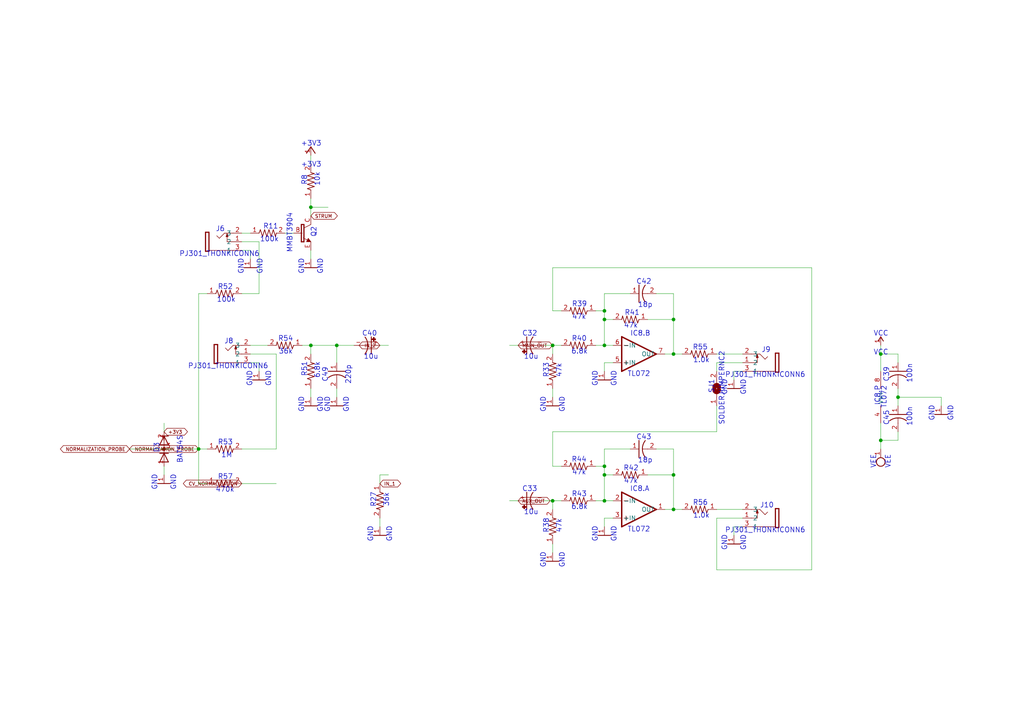
<source format=kicad_sch>
(kicad_sch (version 20231120) (generator "eeschema") (generator_version "8.0")
  (paper "User" 301.219 210.007)
  (lib_symbols
    (symbol "nrings-eagle-import:+3V3" (power)
      (symbol "+3V3_1_0"
        (polyline (pts (xy 0 0.952) (xy -1.27 -0.952)) (stroke (width 0.254)))
        (polyline (pts (xy 1.27 -0.952) (xy 0 0.952)) (stroke (width 0.254)))
        (pin power_in line (at 0 -1.588 90) (length 2.54) (name "+3V3") (number "1"))
      )
    )
    (symbol "nrings-eagle-import:C-USC0603_4"
      (symbol "C-USC0603_4_1_0"
        (polyline (pts (xy -2.54 1.27) (xy 2.54 1.27)) (stroke (width 0.254)))
        (polyline (pts (xy 0 0.254) (xy 0 -1.27)) (stroke (width 0.152)))
        (arc (start 0 0.254) (mid -1.3021 0.0399) (end -2.467 -0.58) (stroke (width 0.254)))
        (arc (start 2.489 -0.584) (mid 1.3157 0.0506) (end 0 0.2701) (stroke (width 0.254)))
        (pin passive line (at 0 3.81 270) (length 2.54) (name "1") (number "1"))
        (pin passive line (at 0 -3.81 90) (length 2.54) (name "2") (number "2"))
      )
    )
    (symbol "nrings-eagle-import:C-USC0603_5"
      (symbol "C-USC0603_5_1_0"
        (arc (start -0.254 0) (mid -0.0399 -1.3021) (end 0.58 -2.467) (stroke (width 0.254)))
        (polyline (pts (xy -1.27 -2.54) (xy -1.27 2.54)) (stroke (width 0.254)))
        (polyline (pts (xy -0.254 0) (xy 1.27 0)) (stroke (width 0.152)))
        (arc (start 0.584 2.489) (mid -0.0506 1.3157) (end -0.27 0) (stroke (width 0.254)))
        (pin passive line (at -3.81 0 0) (length 2.54) (name "1") (number "1"))
        (pin passive line (at 3.81 0 180) (length 2.54) (name "2") (number "2"))
      )
    )
    (symbol "nrings-eagle-import:CPOL-USA_29"
      (symbol "CPOL-USA_29_1_0"
        (polyline (pts (xy -1.858 -1.872) (xy -1.858 -1.745)) (stroke (width 0.333)))
        (polyline (pts (xy -1.858 -1.745) (xy -0.969 -1.745)) (stroke (width 0.333)))
        (polyline (pts (xy -1.477 -2.253) (xy -1.477 -1.364)) (stroke (width 0.333)))
        (polyline (pts (xy -1.477 -1.364) (xy -1.35 -1.364)) (stroke (width 0.333)))
        (polyline (pts (xy -1.35 -2.253) (xy -1.477 -2.253)) (stroke (width 0.333)))
        (polyline (pts (xy -1.35 -1.364) (xy -1.35 -2.253)) (stroke (width 0.333)))
        (polyline (pts (xy -0.969 -1.872) (xy -1.858 -1.872)) (stroke (width 0.333)))
        (polyline (pts (xy -0.969 -1.745) (xy -0.969 -1.872)) (stroke (width 0.333)))
        (polyline (pts (xy -0.682 -2.54) (xy -0.682 2.54)) (stroke (width 0.254)))
        (polyline (pts (xy 0.334 0) (xy 1.858 0)) (stroke (width 0.152)))
        (arc (start 0.334 0) (mid 0.548 -1.3021) (end 1.168 -2.467) (stroke (width 0.254)))
        (arc (start 1.172 2.489) (mid 0.5374 1.3157) (end 0.318 0) (stroke (width 0.254)))
        (pin passive line (at -3.222 0 0) (length 2.54) (name "+") (number "+"))
        (pin passive line (at 4.398 0 180) (length 2.54) (name "-") (number "-"))
      )
    )
    (symbol "nrings-eagle-import:CPOL-USA_30"
      (symbol "CPOL-USA_30_1_0"
        (arc (start -1.172 -2.489) (mid -0.5374 -1.3157) (end -0.318 0) (stroke (width 0.254)))
        (arc (start -0.334 0) (mid -0.548 1.3021) (end -1.168 2.467) (stroke (width 0.254)))
        (polyline (pts (xy -0.334 0) (xy -1.858 0)) (stroke (width 0.152)))
        (polyline (pts (xy 0.682 2.54) (xy 0.682 -2.54)) (stroke (width 0.254)))
        (polyline (pts (xy 0.969 1.744) (xy 0.969 1.872)) (stroke (width 0.333)))
        (polyline (pts (xy 0.969 1.872) (xy 1.858 1.872)) (stroke (width 0.333)))
        (polyline (pts (xy 1.35 1.364) (xy 1.35 2.253)) (stroke (width 0.333)))
        (polyline (pts (xy 1.35 2.253) (xy 1.476 2.253)) (stroke (width 0.333)))
        (polyline (pts (xy 1.476 1.364) (xy 1.35 1.364)) (stroke (width 0.333)))
        (polyline (pts (xy 1.476 2.253) (xy 1.476 1.364)) (stroke (width 0.333)))
        (polyline (pts (xy 1.858 1.744) (xy 0.969 1.744)) (stroke (width 0.333)))
        (polyline (pts (xy 1.858 1.872) (xy 1.858 1.744)) (stroke (width 0.333)))
        (pin passive line (at 3.222 0 180) (length 2.54) (name "+") (number "+"))
        (pin passive line (at -4.398 0 0) (length 2.54) (name "-") (number "-"))
      )
    )
    (symbol "nrings-eagle-import:DIODE_2CACA-SOT23"
      (symbol "DIODE_2CACA-SOT23_1_0"
        (polyline (pts (xy -1.27 -3.81) (xy 1.27 -3.81)) (stroke (width 0.254)))
        (polyline (pts (xy -1.27 -1.27) (xy 0 -1.27)) (stroke (width 0.254)))
        (polyline (pts (xy -1.27 1.27) (xy 1.27 1.27)) (stroke (width 0.254)))
        (polyline (pts (xy -1.27 3.81) (xy 0 3.81)) (stroke (width 0.254)))
        (polyline (pts (xy 0 -2.54) (xy 0 -1.27)) (stroke (width 0.152)))
        (polyline (pts (xy 0 -1.27) (xy -1.27 -3.81)) (stroke (width 0.254)))
        (polyline (pts (xy 0 -1.27) (xy 1.27 -1.27)) (stroke (width 0.254)))
        (polyline (pts (xy 0 2.54) (xy 0 3.81)) (stroke (width 0.152)))
        (polyline (pts (xy 0 3.81) (xy -1.27 1.27)) (stroke (width 0.254)))
        (polyline (pts (xy 0 3.81) (xy 0 -1.27)) (stroke (width 0.152)))
        (polyline (pts (xy 0 3.81) (xy 1.27 3.81)) (stroke (width 0.254)))
        (polyline (pts (xy 1.27 -3.81) (xy 0 -1.27)) (stroke (width 0.254)))
        (polyline (pts (xy 1.27 1.27) (xy 0 3.81)) (stroke (width 0.254)))
        (circle (center 0 0) (radius 0.127) (stroke (width 0.406)))
        (pin passive line (at 0 -5.08 90) (length 2.54) (name "A") (number "1"))
        (pin passive line (at 0 5.08 270) (length 2.54) (name "C") (number "2"))
        (pin passive line (at 2.54 0 180) (length 2.54) (name "AC") (number "3"))
      )
    )
    (symbol "nrings-eagle-import:EVEN"
      (symbol "EVEN_1_0"
        (polyline (pts (xy -4.065 -2.54) (xy 3.047 -2.54)) (stroke (width 0.152)))
        (polyline (pts (xy -4.065 0) (xy -2.287 0)) (stroke (width 0.152)))
        (polyline (pts (xy -4.065 2.54) (xy -1.525 2.54)) (stroke (width 0.152)))
        (polyline (pts (xy -2.541 1.524) (xy -2.033 1.524)) (stroke (width 0.254)))
        (polyline (pts (xy -2.287 0) (xy -2.287 2.286)) (stroke (width 0.152)))
        (polyline (pts (xy -2.287 2.286) (xy -2.541 1.524)) (stroke (width 0.254)))
        (polyline (pts (xy -2.033 1.524) (xy -2.287 2.286)) (stroke (width 0.254)))
        (polyline (pts (xy -1.525 2.54) (xy -0.001 1.016)) (stroke (width 0.152)))
        (polyline (pts (xy -0.001 1.016) (xy 0.761 1.778)) (stroke (width 0.152)))
        (polyline (pts (xy 3.049 -2.794) (xy 3.049 2.794)) (stroke (width 0.333)))
        (polyline (pts (xy 3.049 2.794) (xy 4.065 2.794)) (stroke (width 0.333)))
        (polyline (pts (xy 4.065 -2.794) (xy 3.049 -2.794)) (stroke (width 0.333)))
        (polyline (pts (xy 4.065 2.794) (xy 4.065 -2.794)) (stroke (width 0.333)))
        (pin passive line (at -6.605 0 0) (length 2.54) (name "2") (number "1"))
        (pin passive line (at -6.605 2.54 0) (length 2.54) (name "3") (number "2"))
        (pin passive line (at -6.605 -2.54 0) (length 2.54) (name "1") (number "3"))
      )
    )
    (symbol "nrings-eagle-import:GND" (power)
      (symbol "GND_1_0"
        (polyline (pts (xy -1.905 0) (xy 1.905 0)) (stroke (width 0.254)))
        (pin power_in line (at 0 2.54 270) (length 2.54) (name "GND") (number "1"))
      )
    )
    (symbol "nrings-eagle-import:IN"
      (symbol "IN_1_0"
        (polyline (pts (xy -4.063 -2.794) (xy -4.063 2.794)) (stroke (width 0.333)))
        (polyline (pts (xy -4.063 2.794) (xy -3.047 2.794)) (stroke (width 0.333)))
        (polyline (pts (xy -3.047 -2.794) (xy -4.063 -2.794)) (stroke (width 0.333)))
        (polyline (pts (xy -3.047 2.794) (xy -3.047 -2.794)) (stroke (width 0.333)))
        (polyline (pts (xy -0.001 1.016) (xy -0.763 1.778)) (stroke (width 0.152)))
        (polyline (pts (xy 1.523 2.54) (xy -0.001 1.016)) (stroke (width 0.152)))
        (polyline (pts (xy 2.031 1.524) (xy 2.285 2.286)) (stroke (width 0.254)))
        (polyline (pts (xy 2.285 0) (xy 2.285 2.286)) (stroke (width 0.152)))
        (polyline (pts (xy 2.285 2.286) (xy 2.539 1.524)) (stroke (width 0.254)))
        (polyline (pts (xy 2.539 1.524) (xy 2.031 1.524)) (stroke (width 0.254)))
        (polyline (pts (xy 4.063 -2.54) (xy -3.049 -2.54)) (stroke (width 0.152)))
        (polyline (pts (xy 4.063 0) (xy 2.285 0)) (stroke (width 0.152)))
        (polyline (pts (xy 4.063 2.54) (xy 1.523 2.54)) (stroke (width 0.152)))
        (pin passive line (at 6.603 0 180) (length 2.54) (name "2") (number "1"))
        (pin passive line (at 6.603 2.54 180) (length 2.54) (name "3") (number "2"))
        (pin passive line (at 6.603 -2.54 180) (length 2.54) (name "1") (number "3"))
      )
    )
    (symbol "nrings-eagle-import:MMBT3904LT1-NPN-SOT23-BEC"
      (symbol "MMBT3904LT1-NPN-SOT23-BEC_1_0"
        (polyline (pts (xy -1.395 -2.54) (xy -0.637 -2.54)) (stroke (width 0.333)))
        (polyline (pts (xy -1.395 2.54) (xy -1.395 -2.54)) (stroke (width 0.333)))
        (polyline (pts (xy -0.637 -2.54) (xy -0.637 2.54)) (stroke (width 0.333)))
        (polyline (pts (xy -0.637 2.54) (xy -1.395 2.54)) (stroke (width 0.333)))
        (polyline (pts (xy 0.125 -2.54) (xy 0.633 -1.524)) (stroke (width 0.152)))
        (polyline (pts (xy 0.379 -2.413) (xy 1.141 -2.413)) (stroke (width 0.254)))
        (polyline (pts (xy 0.379 -2.286) (xy 0.76 -2.286)) (stroke (width 0.254)))
        (polyline (pts (xy 0.395 -2.04) (xy -0.837 -1.424)) (stroke (width 0.152)))
        (polyline (pts (xy 0.633 -1.778) (xy 0.379 -2.286)) (stroke (width 0.254)))
        (polyline (pts (xy 0.633 -1.524) (xy 1.395 -2.54)) (stroke (width 0.152)))
        (polyline (pts (xy 0.76 -2.286) (xy 0.633 -2.032)) (stroke (width 0.254)))
        (polyline (pts (xy 1.141 -2.413) (xy 0.633 -1.778)) (stroke (width 0.254)))
        (polyline (pts (xy 1.395 -2.54) (xy 0.125 -2.54)) (stroke (width 0.152)))
        (polyline (pts (xy 1.395 2.54) (xy -0.637 1.524)) (stroke (width 0.152)))
        (pin passive line (at -3.685 0 0) (length 2.54) (name "B") (number "B"))
        (pin passive line (at 1.395 5.08 270) (length 2.54) (name "C") (number "C"))
        (pin passive line (at 1.395 -5.08 90) (length 2.54) (name "E") (number "E"))
      )
    )
    (symbol "nrings-eagle-import:ODD"
      (symbol "ODD_1_0"
        (polyline (pts (xy -4.065 -2.54) (xy 3.047 -2.54)) (stroke (width 0.152)))
        (polyline (pts (xy -4.065 0) (xy -2.287 0)) (stroke (width 0.152)))
        (polyline (pts (xy -4.065 2.54) (xy -1.525 2.54)) (stroke (width 0.152)))
        (polyline (pts (xy -2.541 1.524) (xy -2.033 1.524)) (stroke (width 0.254)))
        (polyline (pts (xy -2.287 0) (xy -2.287 2.286)) (stroke (width 0.152)))
        (polyline (pts (xy -2.287 2.286) (xy -2.541 1.524)) (stroke (width 0.254)))
        (polyline (pts (xy -2.033 1.524) (xy -2.287 2.286)) (stroke (width 0.254)))
        (polyline (pts (xy -1.525 2.54) (xy -0.001 1.016)) (stroke (width 0.152)))
        (polyline (pts (xy -0.001 1.016) (xy 0.761 1.778)) (stroke (width 0.152)))
        (polyline (pts (xy 3.049 -2.794) (xy 3.049 2.794)) (stroke (width 0.333)))
        (polyline (pts (xy 3.049 2.794) (xy 4.065 2.794)) (stroke (width 0.333)))
        (polyline (pts (xy 4.065 -2.794) (xy 3.049 -2.794)) (stroke (width 0.333)))
        (polyline (pts (xy 4.065 2.794) (xy 4.065 -2.794)) (stroke (width 0.333)))
        (pin passive line (at -6.605 0 0) (length 2.54) (name "2") (number "1"))
        (pin passive line (at -6.605 2.54 0) (length 2.54) (name "3") (number "2"))
        (pin passive line (at -6.605 -2.54 0) (length 2.54) (name "1") (number "3"))
      )
    )
    (symbol "nrings-eagle-import:R-US_R0603"
      (symbol "R-US_R0603_1_0"
        (polyline (pts (xy -2.54 0) (xy -2.159 1.016)) (stroke (width 0.203)))
        (polyline (pts (xy -2.159 1.016) (xy -1.524 -1.016)) (stroke (width 0.203)))
        (polyline (pts (xy -1.524 -1.016) (xy -0.889 1.016)) (stroke (width 0.203)))
        (polyline (pts (xy -0.889 1.016) (xy -0.254 -1.016)) (stroke (width 0.203)))
        (polyline (pts (xy -0.254 -1.016) (xy 0.381 1.016)) (stroke (width 0.203)))
        (polyline (pts (xy 0.381 1.016) (xy 1.016 -1.016)) (stroke (width 0.203)))
        (polyline (pts (xy 1.016 -1.016) (xy 1.651 1.016)) (stroke (width 0.203)))
        (polyline (pts (xy 1.651 1.016) (xy 2.286 -1.016)) (stroke (width 0.203)))
        (polyline (pts (xy 2.286 -1.016) (xy 2.54 0)) (stroke (width 0.203)))
        (pin passive line (at -5.08 0 0) (length 2.54) (name "1") (number "1"))
        (pin passive line (at 5.08 0 180) (length 2.54) (name "2") (number "2"))
      )
    )
    (symbol "nrings-eagle-import:R-US_R0603_34"
      (symbol "R-US_R0603_34_1_0"
        (polyline (pts (xy -1.016 -2.159) (xy 1.016 -1.524)) (stroke (width 0.203)))
        (polyline (pts (xy -1.016 -0.889) (xy 1.016 -0.254)) (stroke (width 0.203)))
        (polyline (pts (xy -1.016 0.381) (xy 1.016 1.016)) (stroke (width 0.203)))
        (polyline (pts (xy -1.016 1.651) (xy 1.016 2.286)) (stroke (width 0.203)))
        (polyline (pts (xy 0 -2.54) (xy -1.016 -2.159)) (stroke (width 0.203)))
        (polyline (pts (xy 1.016 -1.524) (xy -1.016 -0.889)) (stroke (width 0.203)))
        (polyline (pts (xy 1.016 -0.254) (xy -1.016 0.381)) (stroke (width 0.203)))
        (polyline (pts (xy 1.016 1.016) (xy -1.016 1.651)) (stroke (width 0.203)))
        (polyline (pts (xy 1.016 2.286) (xy 0 2.54)) (stroke (width 0.203)))
        (pin passive line (at 0 -5.08 90) (length 2.54) (name "1") (number "1"))
        (pin passive line (at 0 5.08 270) (length 2.54) (name "2") (number "2"))
      )
    )
    (symbol "nrings-eagle-import:R-US_R0603_36"
      (symbol "R-US_R0603_36_1_0"
        (polyline (pts (xy -1.016 -2.286) (xy 0 -2.54)) (stroke (width 0.203)))
        (polyline (pts (xy -1.016 -1.016) (xy 1.016 -1.651)) (stroke (width 0.203)))
        (polyline (pts (xy -1.016 0.254) (xy 1.016 -0.381)) (stroke (width 0.203)))
        (polyline (pts (xy -1.016 1.524) (xy 1.016 0.889)) (stroke (width 0.203)))
        (polyline (pts (xy 0 2.54) (xy 1.016 2.159)) (stroke (width 0.203)))
        (polyline (pts (xy 1.016 -1.651) (xy -1.016 -2.286)) (stroke (width 0.203)))
        (polyline (pts (xy 1.016 -0.381) (xy -1.016 -1.016)) (stroke (width 0.203)))
        (polyline (pts (xy 1.016 0.889) (xy -1.016 0.254)) (stroke (width 0.203)))
        (polyline (pts (xy 1.016 2.159) (xy -1.016 1.524)) (stroke (width 0.203)))
        (pin passive line (at 0 5.08 270) (length 2.54) (name "1") (number "1"))
        (pin passive line (at 0 -5.08 90) (length 2.54) (name "2") (number "2"))
      )
    )
    (symbol "nrings-eagle-import:R-US_R0603_37"
      (symbol "R-US_R0603_37_1_0"
        (polyline (pts (xy -2.286 1.016) (xy -2.54 0)) (stroke (width 0.203)))
        (polyline (pts (xy -1.651 -1.016) (xy -2.286 1.016)) (stroke (width 0.203)))
        (polyline (pts (xy -1.016 1.016) (xy -1.651 -1.016)) (stroke (width 0.203)))
        (polyline (pts (xy -0.381 -1.016) (xy -1.016 1.016)) (stroke (width 0.203)))
        (polyline (pts (xy 0.254 1.016) (xy -0.381 -1.016)) (stroke (width 0.203)))
        (polyline (pts (xy 0.889 -1.016) (xy 0.254 1.016)) (stroke (width 0.203)))
        (polyline (pts (xy 1.524 1.016) (xy 0.889 -1.016)) (stroke (width 0.203)))
        (polyline (pts (xy 2.159 -1.016) (xy 1.524 1.016)) (stroke (width 0.203)))
        (polyline (pts (xy 2.54 0) (xy 2.159 -1.016)) (stroke (width 0.203)))
        (pin passive line (at 5.08 0 180) (length 2.54) (name "1") (number "1"))
        (pin passive line (at -5.08 0 0) (length 2.54) (name "2") (number "2"))
      )
    )
    (symbol "nrings-eagle-import:SOLDERJUMPERNC2"
      (symbol "SOLDERJUMPERNC2_1_0"
        (arc (start -0.635 -0.381) (mid 0 -1.016) (end 0.635 -0.381) (stroke (width 1.27)))
        (polyline (pts (xy 0 -2.54) (xy 0 -1.651)) (stroke (width 0.152)))
        (polyline (pts (xy 0 2.54) (xy 0 1.651)) (stroke (width 0.152)))
        (arc (start 0.635 0.381) (mid 0 1.016) (end -0.635 0.381) (stroke (width 1.27)))
        (pin passive line (at 0 -5.08 90) (length 2.54) (name "1") (number "1"))
        (pin passive line (at 0 5.08 270) (length 2.54) (name "2") (number "2"))
      )
    )
    (symbol "nrings-eagle-import:STRUM"
      (symbol "STRUM_1_0"
        (polyline (pts (xy -4.063 -2.794) (xy -4.063 2.794)) (stroke (width 0.333)))
        (polyline (pts (xy -4.063 2.794) (xy -3.047 2.794)) (stroke (width 0.333)))
        (polyline (pts (xy -3.047 -2.794) (xy -4.063 -2.794)) (stroke (width 0.333)))
        (polyline (pts (xy -3.047 2.794) (xy -3.047 -2.794)) (stroke (width 0.333)))
        (polyline (pts (xy -0.001 1.016) (xy -0.763 1.778)) (stroke (width 0.152)))
        (polyline (pts (xy 1.523 2.54) (xy -0.001 1.016)) (stroke (width 0.152)))
        (polyline (pts (xy 2.031 1.524) (xy 2.285 2.286)) (stroke (width 0.254)))
        (polyline (pts (xy 2.285 0) (xy 2.285 2.286)) (stroke (width 0.152)))
        (polyline (pts (xy 2.285 2.286) (xy 2.539 1.524)) (stroke (width 0.254)))
        (polyline (pts (xy 2.539 1.524) (xy 2.031 1.524)) (stroke (width 0.254)))
        (polyline (pts (xy 4.063 -2.54) (xy -3.049 -2.54)) (stroke (width 0.152)))
        (polyline (pts (xy 4.063 0) (xy 2.285 0)) (stroke (width 0.152)))
        (polyline (pts (xy 4.063 2.54) (xy 1.523 2.54)) (stroke (width 0.152)))
        (pin passive line (at 6.603 0 180) (length 2.54) (name "2") (number "1"))
        (pin passive line (at 6.603 2.54 180) (length 2.54) (name "3") (number "2"))
        (pin passive line (at 6.603 -2.54 180) (length 2.54) (name "1") (number "3"))
      )
    )
    (symbol "nrings-eagle-import:TL072D"
      (symbol "TL072D_1_0"
        (polyline (pts (xy -5.08 -5.08) (xy -5.08 5.08)) (stroke (width 0.406)))
        (polyline (pts (xy -5.08 5.08) (xy 5.08 0)) (stroke (width 0.406)))
        (polyline (pts (xy -4.445 -2.54) (xy -3.175 -2.54)) (stroke (width 0.152)))
        (polyline (pts (xy -4.445 2.54) (xy -3.175 2.54)) (stroke (width 0.152)))
        (polyline (pts (xy -3.81 -3.175) (xy -3.81 -1.905)) (stroke (width 0.152)))
        (polyline (pts (xy 5.08 0) (xy -5.08 -5.08)) (stroke (width 0.406)))
        (pin output line (at 7.62 0 180) (length 2.54) (name "OUT") (number "1"))
        (pin input line (at -7.62 2.54 0) (length 2.54) (name "-IN") (number "2"))
        (pin input line (at -7.62 -2.54 0) (length 2.54) (name "+IN") (number "3"))
      )
      (symbol "TL072D_2_0"
        (polyline (pts (xy -5.08 -5.08) (xy -5.08 5.08)) (stroke (width 0.406)))
        (polyline (pts (xy -5.08 5.08) (xy 5.08 0)) (stroke (width 0.406)))
        (polyline (pts (xy -4.445 -2.54) (xy -3.175 -2.54)) (stroke (width 0.152)))
        (polyline (pts (xy -4.445 2.54) (xy -3.175 2.54)) (stroke (width 0.152)))
        (polyline (pts (xy -3.81 -3.175) (xy -3.81 -1.905)) (stroke (width 0.152)))
        (polyline (pts (xy 5.08 0) (xy -5.08 -5.08)) (stroke (width 0.406)))
        (pin input line (at -7.62 -2.54 0) (length 2.54) (name "+IN") (number "5"))
        (pin input line (at -7.62 2.54 0) (length 2.54) (name "-IN") (number "6"))
        (pin output line (at 7.62 0 180) (length 2.54) (name "OUT") (number "7"))
      )
      (symbol "TL072D_3_0"
        (pin power_in line (at 0 -7.62 90) (length 5.08) (name "V-") (number "4"))
        (pin power_in line (at 0 7.62 270) (length 5.08) (name "V+") (number "8"))
      )
    )
    (symbol "nrings-eagle-import:VCC" (power)
      (symbol "VCC_1_0"
        (polyline (pts (xy 0 0.635) (xy -0.762 -0.635)) (stroke (width 0.254)))
        (polyline (pts (xy 0.762 -0.635) (xy 0 0.635)) (stroke (width 0.254)))
        (pin power_in line (at 0 -1.905 90) (length 2.54) (name "VCC") (number "1"))
      )
    )
    (symbol "nrings-eagle-import:VEE_42" (power)
      (symbol "VEE_42_1_0"
        (circle (center 0 0) (radius 1.27) (stroke (width 0.254)))
        (pin power_in line (at 0 3.81 270) (length 2.54) (name "VEE") (number "1"))
      )
    )
  )
  (junction (at 91.44 101.6))
  (junction (at 198.12 93.98))
  (junction (at 177.8 91.44))
  (junction (at 162.56 147.32))
  (junction (at 177.8 147.32))
  (junction (at 162.56 101.6))
  (junction (at 198.12 149.86))
  (junction (at 58.42 132.08))
  (junction (at 177.8 101.6))
  (junction (at 99.06 101.6))
  (junction (at 264.16 116.84))
  (junction (at 91.44 60.96))
  (junction (at 177.8 137.16))
  (junction (at 259.08 104.14))
  (junction (at 177.8 139.7))
  (junction (at 198.12 104.14))
  (junction (at 198.12 139.7))
  (junction (at 259.08 129.54))
  (junction (at 177.8 93.98))
  (wire (pts (xy 162.56 91.44) (xy 165.1 91.44)) (stroke (width 0.1)))
  (wire (pts (xy 162.56 78.74) (xy 162.56 91.44)) (stroke (width 0.1)))
  (wire (pts (xy 218.44 109.22) (xy 215.9 109.22)) (stroke (width 0.1)))
  (wire (pts (xy 152.4 147.32) (xy 149.86 147.32)) (stroke (width 0.1)))
  (wire (pts (xy 177.8 132.08) (xy 185.42 132.08)) (stroke (width 0.1)))
  (wire (pts (xy 175.26 147.32) (xy 177.8 147.32)) (stroke (width 0.1)))
  (wire (pts (xy 193.04 132.08) (xy 198.12 132.08)) (stroke (width 0.1)))
  (wire (pts (xy 264.16 116.84) (xy 264.16 119.38)) (stroke (width 0.1)))
  (wire (pts (xy 177.8 147.32) (xy 177.8 139.7)) (stroke (width 0.1)))
  (wire (pts (xy 210.82 106.68) (xy 210.82 109.22)) (stroke (width 0.1)))
  (wire (pts (xy 111.76 142.24) (xy 111.76 139.7)) (stroke (width 0.1)))
  (wire (pts (xy 238.76 167.64) (xy 238.76 78.74)) (stroke (width 0.1)))
  (wire (pts (xy 177.8 101.6) (xy 180.34 101.6)) (stroke (width 0.1)))
  (wire (pts (xy 73.66 106.68) (xy 76.2 106.68)) (stroke (width 0.1)))
  (wire (pts (xy 53.34 132.08) (xy 58.42 132.08)) (stroke (width 0.1)))
  (wire (pts (xy 198.12 104.14) (xy 195.58 104.14)) (stroke (width 0.1)))
  (wire (pts (xy 259.08 104.14) (xy 259.08 101.6)) (stroke (width 0.1)))
  (wire (pts (xy 276.86 116.84) (xy 276.86 119.38)) (stroke (width 0.1)))
  (wire (pts (xy 81.28 132.08) (xy 71.12 132.08)) (stroke (width 0.1)))
  (wire (pts (xy 71.12 86.36) (xy 76.2 86.36)) (stroke (width 0.1)))
  (wire (pts (xy 162.56 114.3) (xy 162.56 116.84)) (stroke (width 0.1)))
  (wire (pts (xy 162.56 101.6) (xy 162.56 104.14)) (stroke (width 0.1)))
  (wire (pts (xy 198.12 139.7) (xy 190.5 139.7)) (stroke (width 0.1)))
  (wire (pts (xy 48.26 137.16) (xy 48.26 139.7)) (stroke (width 0.1)))
  (wire (pts (xy 175.26 101.6) (xy 177.8 101.6)) (stroke (width 0.1)))
  (wire (pts (xy 71.12 68.58) (xy 73.66 68.58)) (stroke (width 0.1)))
  (wire (pts (xy 177.8 93.98) (xy 177.8 91.44)) (stroke (width 0.1)))
  (wire (pts (xy 58.42 132.08) (xy 58.42 142.24)) (stroke (width 0.1)))
  (wire (pts (xy 160.02 147.32) (xy 162.56 147.32)) (stroke (width 0.1)))
  (wire (pts (xy 91.44 60.96) (xy 96.52 60.96)) (stroke (width 0.1)))
  (wire (pts (xy 73.66 73.66) (xy 73.66 76.2)) (stroke (width 0.1)))
  (wire (pts (xy 238.76 78.74) (xy 162.56 78.74)) (stroke (width 0.1)))
  (wire (pts (xy 99.06 114.3) (xy 99.06 116.84)) (stroke (width 0.1)))
  (wire (pts (xy 162.56 160.02) (xy 162.56 162.56)) (stroke (width 0.1)))
  (wire (pts (xy 60.96 86.36) (xy 58.42 86.36)) (stroke (width 0.1)))
  (wire (pts (xy 215.9 154.94) (xy 215.9 157.48)) (stroke (width 0.1)))
  (wire (pts (xy 177.8 101.6) (xy 177.8 93.98)) (stroke (width 0.1)))
  (wire (pts (xy 91.44 114.3) (xy 91.44 116.84)) (stroke (width 0.1)))
  (wire (pts (xy 198.12 86.36) (xy 198.12 93.98)) (stroke (width 0.1)))
  (wire (pts (xy 91.44 73.66) (xy 91.44 76.2)) (stroke (width 0.1)))
  (wire (pts (xy 99.06 101.6) (xy 99.06 106.68)) (stroke (width 0.1)))
  (wire (pts (xy 264.16 116.84) (xy 276.86 116.84)) (stroke (width 0.1)))
  (wire (pts (xy 38.1 132.08) (xy 50.8 132.08)) (stroke (width 0.1)))
  (wire (pts (xy 76.2 86.36) (xy 76.2 71.12)) (stroke (width 0.1)))
  (wire (pts (xy 175.26 91.44) (xy 177.8 91.44)) (stroke (width 0.1)))
  (wire (pts (xy 198.12 93.98) (xy 198.12 104.14)) (stroke (width 0.1)))
  (wire (pts (xy 71.12 73.66) (xy 73.66 73.66)) (stroke (width 0.1)))
  (wire (pts (xy 180.34 106.68) (xy 177.8 106.68)) (stroke (width 0.1)))
  (wire (pts (xy 91.44 63.5) (xy 91.44 60.96)) (stroke (width 0.1)))
  (wire (pts (xy 73.66 101.6) (xy 78.74 101.6)) (stroke (width 0.1)))
  (wire (pts (xy 91.44 101.6) (xy 91.44 104.14)) (stroke (width 0.1)))
  (wire (pts (xy 210.82 127) (xy 162.56 127)) (stroke (width 0.1)))
  (wire (pts (xy 177.8 93.98) (xy 180.34 93.98)) (stroke (width 0.1)))
  (wire (pts (xy 111.76 139.7) (xy 114.3 139.7)) (stroke (width 0.1)))
  (wire (pts (xy 193.04 86.36) (xy 198.12 86.36)) (stroke (width 0.1)))
  (wire (pts (xy 76.2 106.68) (xy 76.2 109.22)) (stroke (width 0.1)))
  (wire (pts (xy 177.8 147.32) (xy 180.34 147.32)) (stroke (width 0.1)))
  (wire (pts (xy 259.08 104.14) (xy 264.16 104.14)) (stroke (width 0.1)))
  (wire (pts (xy 218.44 106.68) (xy 210.82 106.68)) (stroke (width 0.1)))
  (wire (pts (xy 162.56 137.16) (xy 165.1 137.16)) (stroke (width 0.1)))
  (wire (pts (xy 91.44 101.6) (xy 99.06 101.6)) (stroke (width 0.1)))
  (wire (pts (xy 264.16 129.54) (xy 264.16 127)) (stroke (width 0.1)))
  (wire (pts (xy 73.66 104.14) (xy 81.28 104.14)) (stroke (width 0.1)))
  (wire (pts (xy 81.28 104.14) (xy 81.28 132.08)) (stroke (width 0.1)))
  (wire (pts (xy 162.56 147.32) (xy 165.1 147.32)) (stroke (width 0.1)))
  (wire (pts (xy 218.44 154.94) (xy 215.9 154.94)) (stroke (width 0.1)))
  (wire (pts (xy 198.12 149.86) (xy 200.66 149.86)) (stroke (width 0.1)))
  (wire (pts (xy 177.8 91.44) (xy 177.8 86.36)) (stroke (width 0.1)))
  (wire (pts (xy 210.82 167.64) (xy 238.76 167.64)) (stroke (width 0.1)))
  (wire (pts (xy 180.34 152.4) (xy 177.8 152.4)) (stroke (width 0.1)))
  (wire (pts (xy 91.44 48.26) (xy 91.44 45.72)) (stroke (width 0.1)))
  (wire (pts (xy 210.82 119.38) (xy 210.82 127)) (stroke (width 0.1)))
  (wire (pts (xy 111.76 101.6) (xy 114.3 101.6)) (stroke (width 0.1)))
  (wire (pts (xy 58.42 132.08) (xy 60.96 132.08)) (stroke (width 0.1)))
  (wire (pts (xy 264.16 104.14) (xy 264.16 106.68)) (stroke (width 0.1)))
  (wire (pts (xy 88.9 101.6) (xy 91.44 101.6)) (stroke (width 0.1)))
  (wire (pts (xy 198.12 132.08) (xy 198.12 139.7)) (stroke (width 0.1)))
  (wire (pts (xy 177.8 139.7) (xy 180.34 139.7)) (stroke (width 0.1)))
  (wire (pts (xy 177.8 106.68) (xy 177.8 109.22)) (stroke (width 0.1)))
  (wire (pts (xy 259.08 129.54) (xy 259.08 132.08)) (stroke (width 0.1)))
  (wire (pts (xy 259.08 129.54) (xy 264.16 129.54)) (stroke (width 0.1)))
  (wire (pts (xy 111.76 152.4) (xy 111.76 154.94)) (stroke (width 0.1)))
  (wire (pts (xy 198.12 139.7) (xy 198.12 149.86)) (stroke (width 0.1)))
  (wire (pts (xy 177.8 152.4) (xy 177.8 154.94)) (stroke (width 0.1)))
  (wire (pts (xy 160.02 101.6) (xy 162.56 101.6)) (stroke (width 0.1)))
  (wire (pts (xy 198.12 93.98) (xy 190.5 93.98)) (stroke (width 0.1)))
  (wire (pts (xy 76.2 71.12) (xy 71.12 71.12)) (stroke (width 0.1)))
  (wire (pts (xy 58.42 142.24) (xy 60.96 142.24)) (stroke (width 0.1)))
  (wire (pts (xy 71.12 142.24) (xy 81.28 142.24)) (stroke (width 0.1)))
  (wire (pts (xy 259.08 109.22) (xy 259.08 104.14)) (stroke (width 0.1)))
  (wire (pts (xy 259.08 124.46) (xy 259.08 129.54)) (stroke (width 0.1)))
  (wire (pts (xy 198.12 104.14) (xy 200.66 104.14)) (stroke (width 0.1)))
  (wire (pts (xy 210.82 152.4) (xy 210.82 167.64)) (stroke (width 0.1)))
  (wire (pts (xy 215.9 109.22) (xy 215.9 111.76)) (stroke (width 0.1)))
  (wire (pts (xy 83.82 68.58) (xy 86.36 68.58)) (stroke (width 0.1)))
  (wire (pts (xy 264.16 114.3) (xy 264.16 116.84)) (stroke (width 0.1)))
  (wire (pts (xy 210.82 104.14) (xy 218.44 104.14)) (stroke (width 0.1)))
  (wire (pts (xy 162.56 127) (xy 162.56 137.16)) (stroke (width 0.1)))
  (wire (pts (xy 91.44 60.96) (xy 91.44 58.42)) (stroke (width 0.1)))
  (wire (pts (xy 152.4 101.6) (xy 149.86 101.6)) (stroke (width 0.1)))
  (wire (pts (xy 162.56 147.32) (xy 162.56 149.86)) (stroke (width 0.1)))
  (wire (pts (xy 162.56 101.6) (xy 165.1 101.6)) (stroke (width 0.1)))
  (wire (pts (xy 218.44 152.4) (xy 210.82 152.4)) (stroke (width 0.1)))
  (wire (pts (xy 198.12 149.86) (xy 195.58 149.86)) (stroke (width 0.1)))
  (wire (pts (xy 99.06 101.6) (xy 104.14 101.6)) (stroke (width 0.1)))
  (wire (pts (xy 175.26 137.16) (xy 177.8 137.16)) (stroke (width 0.1)))
  (wire (pts (xy 48.26 127) (xy 48.26 124.46)) (stroke (width 0.1)))
  (wire (pts (xy 177.8 137.16) (xy 177.8 132.08)) (stroke (width 0.1)))
  (wire (pts (xy 177.8 139.7) (xy 177.8 137.16)) (stroke (width 0.1)))
  (wire (pts (xy 58.42 86.36) (xy 58.42 132.08)) (stroke (width 0.1)))
  (wire (pts (xy 210.82 149.86) (xy 218.44 149.86)) (stroke (width 0.1)))
  (wire (pts (xy 177.8 86.36) (xy 185.42 86.36)) (stroke (width 0.1)))
  (text "GND" (at 160.655 121.418 90) (effects (font (size 1.48 1.48)) (justify left bottom)))
  (text "J8" (at 65.947 101.346 0) (effects (font (size 1.48 1.48)) (justify left bottom)))
  (text "1.0k" (at 203.867 150.876 0) (effects (font (size 1.48 1.48)) (justify left top)))
  (text "R8" (at 90.424 54.595 90) (effects (font (size 1.48 1.48)) (justify left bottom)))
  (text "220p" (at 101.6 113.165 90) (effects (font (size 1.48 1.48)) (justify left top)))
  (text "6.8k" (at 92.456 111.383 90) (effects (font (size 1.48 1.48)) (justify left top)))
  (text "GND" (at 93.345 121.418 90) (effects (font (size 1.48 1.48)) (justify left top)))
  (text "GND" (at 179.705 113.798 90) (effects (font (size 1.48 1.48)) (justify left top)))
  (text "D3" (at 46.99 133.336 90) (effects (font (size 1.48 1.48)) (justify left bottom)))
  (text "C49" (at 96.52 112.528 90) (effects (font (size 1.48 1.48)) (justify left bottom)))
  (text "GND" (at 89.535 121.418 90) (effects (font (size 1.48 1.48)) (justify left bottom)))
  (text "R55" (at 203.738 103.124 0) (effects (font (size 1.48 1.48)) (justify left bottom)))
  (text "47k" (at 163.576 111.149 90) (effects (font (size 1.48 1.48)) (justify left top)))
  (text "10k" (at 92.456 54.905 90) (effects (font (size 1.48 1.48)) (justify left top)))
  (text "R56" (at 203.775 148.844 0) (effects (font (size 1.48 1.48)) (justify left bottom)))
  (text "47k" (at 163.576 156.869 90) (effects (font (size 1.48 1.48)) (justify left top)))
  (text "R39" (at 168.214 90.424 0) (effects (font (size 1.48 1.48)) (justify left bottom)))
  (text "C42" (at 187.156 83.82 0) (effects (font (size 1.48 1.48)) (justify left bottom)))
  (text "47k" (at 183.491 140.716 0) (effects (font (size 1.48 1.48)) (justify left top)))
  (text "GND" (at 74.295 113.798 90) (effects (font (size 1.48 1.48)) (justify left bottom)))
  (text "100k" (at 63.73 87.376 0) (effects (font (size 1.48 1.48)) (justify left top)))
  (text "36k" (at 112.776 149.175 90) (effects (font (size 1.48 1.48)) (justify left top)))
  (text "GND" (at 160.655 167.138 90) (effects (font (size 1.48 1.48)) (justify left bottom)))
  (text "R11" (at 77.393 67.564 0) (effects (font (size 1.48 1.48)) (justify left bottom)))
  (text "C40" (at 106.464 99.06 0) (effects (font (size 1.48 1.48)) (justify left bottom)))
  (text "SOLDERJUMPERNC2" (at 211.455 125.139 90) (effects (font (size 1.48 1.48)) (justify left top)))
  (text "R38" (at 161.544 156.941 90) (effects (font (size 1.48 1.48)) (justify left bottom)))
  (text "GND" (at 213.995 116.338 90) (effects (font (size 1.48 1.48)) (justify left bottom)))
  (text "6.8k" (at 168.017 148.336 0) (effects (font (size 1.48 1.48)) (justify left top)))
  (text "GND" (at 217.805 116.338 90) (effects (font (size 1.48 1.48)) (justify left top)))
  (text "GND" (at 109.855 159.518 90) (effects (font (size 1.48 1.48)) (justify left bottom)))
  (text "470k" (at 63.366 143.256 0) (effects (font (size 1.48 1.48)) (justify left top)))
  (text "SJ1" (at 210.185 115.829 90) (effects (font (size 1.48 1.48)) (justify left bottom)))
  (text "C33" (at 153.584 144.78 0) (effects (font (size 1.48 1.48)) (justify left bottom)))
  (text "PJ301_THONKICONN6" (at 55.273 106.934 0) (effects (font (size 1.48 1.48)) (justify left top)))
  (text "+3V3" (at 88.474 47.625 0) (effects (font (size 1.48 1.48)) (justify left top)))
  (text "GND" (at 78.105 113.798 90) (effects (font (size 1.48 1.48)) (justify left top)))
  (text "GND" (at 213.995 162.058 90) (effects (font (size 1.48 1.48)) (justify left bottom)))
  (text "J9" (at 223.971 103.886 0) (effects (font (size 1.48 1.48)) (justify left bottom)))
  (text "47k" (at 168.251 138.176 0) (effects (font (size 1.48 1.48)) (justify left top)))
  (text "47k" (at 168.251 92.456 0) (effects (font (size 1.48 1.48)) (justify left top)))
  (text "R54" (at 81.782 100.584 0) (effects (font (size 1.48 1.48)) (justify left bottom)))
  (text "1.0k" (at 203.867 105.156 0) (effects (font (size 1.48 1.48)) (justify left top)))
  (text "R40" (at 168.142 100.584 0) (effects (font (size 1.48 1.48)) (justify left bottom)))
  (text "J6" (at 63.444 68.326 0) (effects (font (size 1.48 1.48)) (justify left bottom)))
  (text "PJ301_THONKICONN6" (at 213.261 155.194 0) (effects (font (size 1.48 1.48)) (justify left top)))
  (text "10u" (at 154.057 149.86 0) (effects (font (size 1.48 1.48)) (justify left top)))
  (text "GND" (at 46.355 144.278 90) (effects (font (size 1.48 1.48)) (justify left bottom)))
  (text "VEE" (at 260.35 137.89 90) (effects (font (size 1.48 1.48)) (justify left top)))
  (text "R57" (at 64.038 141.224 0) (effects (font (size 1.48 1.48)) (justify left bottom)))
  (text "10u" (at 154.057 104.14 0) (effects (font (size 1.48 1.48)) (justify left top)))
  (text "GND" (at 217.805 162.058 90) (effects (font (size 1.48 1.48)) (justify left top)))
  (text "GND" (at 113.665 159.518 90) (effects (font (size 1.48 1.48)) (justify left top)))
  (text "R43" (at 168.142 146.304 0) (effects (font (size 1.48 1.48)) (justify left bottom)))
  (text "+3V3" (at 88.474 43.18 0) (effects (font (size 1.48 1.48)) (justify left bottom)))
  (text "GND" (at 175.895 159.518 90) (effects (font (size 1.48 1.48)) (justify left bottom)))
  (text "R51" (at 90.424 110.894 90) (effects (font (size 1.48 1.48)) (justify left bottom)))
  (text "R52" (at 64.038 85.344 0) (effects (font (size 1.48 1.48)) (justify left bottom)))
  (text "GND" (at 89.535 80.778 90) (effects (font (size 1.48 1.48)) (justify left bottom)))
  (text "GND" (at 164.465 167.138 90) (effects (font (size 1.48 1.48)) (justify left top)))
  (text "GND" (at 71.755 80.778 90) (effects (font (size 1.48 1.48)) (justify left bottom)))
  (text "MMBT3904" (at 86.11 74.456 90) (effects (font (size 1.48 1.48)) (justify left bottom)))
  (text "J10" (at 223.517 149.606 0) (effects (font (size 1.48 1.48)) (justify left bottom)))
  (text "1M" (at 65.039 133.096 0) (effects (font (size 1.48 1.48)) (justify left top)))
  (text "GND" (at 75.565 80.778 90) (effects (font (size 1.48 1.48)) (justify left top)))
  (text "100n" (at 266.7 125.5 90) (effects (font (size 1.48 1.48)) (justify left top)))
  (text "100n" (at 266.7 112.8 90) (effects (font (size 1.48 1.48)) (justify left top)))
  (text "GND" (at 50.165 144.278 90) (effects (font (size 1.48 1.48)) (justify left top)))
  (text "GND" (at 93.345 80.778 90) (effects (font (size 1.48 1.48)) (justify left top)))
  (text "C32" (at 153.584 99.06 0) (effects (font (size 1.48 1.48)) (justify left bottom)))
  (text "C43" (at 187.156 129.54 0) (effects (font (size 1.48 1.48)) (justify left bottom)))
  (text "PJ301_THONKICONN6" (at 213.261 109.474 0) (effects (font (size 1.48 1.48)) (justify left top)))
  (text "R33" (at 161.544 111.222 90) (effects (font (size 1.48 1.48)) (justify left bottom)))
  (text "IC8.P" (at 259.02 119.421 90) (effects (font (size 1.48 1.48)) (justify left bottom)))
  (text "TL072" (at 184.54 109.22 0) (effects (font (size 1.48 1.48)) (justify left top)))
  (text "GND" (at 278.765 123.958 90) (effects (font (size 1.48 1.48)) (justify left top)))
  (text "VCC" (at 256.933 99.06 0) (effects (font (size 1.48 1.48)) (justify left bottom)))
  (text "18p" (at 187.629 88.9 0) (effects (font (size 1.48 1.48)) (justify left top)))
  (text "GND" (at 274.955 123.958 90) (effects (font (size 1.48 1.48)) (justify left bottom)))
  (text "R53" (at 64.038 131.064 0) (effects (font (size 1.48 1.48)) (justify left bottom)))
  (text "100k" (at 76.43 69.596 0) (effects (font (size 1.48 1.48)) (justify left top)))
  (text "R41" (at 183.71 92.964 0) (effects (font (size 1.48 1.48)) (justify left bottom)))
  (text "GND" (at 97.155 121.418 90) (effects (font (size 1.48 1.48)) (justify left bottom)))
  (text "GND" (at 179.705 159.518 90) (effects (font (size 1.48 1.48)) (justify left top)))
  (text "IC8.B" (at 185.379 99.06 0) (effects (font (size 1.48 1.48)) (justify left bottom)))
  (text "6.8k" (at 168.017 102.616 0) (effects (font (size 1.48 1.48)) (justify left top)))
  (text "18p" (at 187.629 134.62 0) (effects (font (size 1.48 1.48)) (justify left top)))
  (text "GND" (at 164.465 121.418 90) (effects (font (size 1.48 1.48)) (justify left top)))
  (text "VCC" (at 256.933 102.87 0) (effects (font (size 1.48 1.48)) (justify left top)))
  (text "GND" (at 175.895 113.798 90) (effects (font (size 1.48 1.48)) (justify left bottom)))
  (text "PJ301_THONKICONN6" (at 52.733 73.914 0) (effects (font (size 1.48 1.48)) (justify left top)))
  (text "10u" (at 106.973 104.14 0) (effects (font (size 1.48 1.48)) (justify left top)))
  (text "TL072" (at 259.14 120.26 90) (effects (font (size 1.48 1.48)) (justify left top)))
  (text "BAT54S" (at 52.07 136.429 90) (effects (font (size 1.48 1.48)) (justify left top)))
  (text "36k" (at 81.965 102.616 0) (effects (font (size 1.48 1.48)) (justify left top)))
  (text "VEE" (at 257.81 137.89 90) (effects (font (size 1.48 1.48)) (justify left bottom)))
  (text "GND" (at 100.965 121.418 90) (effects (font (size 1.48 1.48)) (justify left top)))
  (text "R44" (at 168.106 136.144 0) (effects (font (size 1.48 1.48)) (justify left bottom)))
  (text "C45" (at 261.62 125.264 90) (effects (font (size 1.48 1.48)) (justify left bottom)))
  (text "47k" (at 183.491 94.996 0) (effects (font (size 1.48 1.48)) (justify left top)))
  (text "R27" (at 110.744 149.322 90) (effects (font (size 1.48 1.48)) (justify left bottom)))
  (text "C39" (at 261.62 112.492 90) (effects (font (size 1.48 1.48)) (justify left bottom)))
  (text "IC8.A" (at 185.306 144.78 0) (effects (font (size 1.48 1.48)) (justify left bottom)))
  (text "TL072" (at 184.54 154.94 0) (effects (font (size 1.48 1.48)) (justify left top)))
  (text "Q2" (at 91.44 69.91 90) (effects (font (size 1.48 1.48)) (justify left top)))
  (text "R42" (at 183.382 138.684 0) (effects (font (size 1.48 1.48)) (justify left bottom)))
  (global_label "IN_2" (shape bidirectional) (at 111.76 101.6 180) (effects (font (size 1.016 1.016))) (property "Intersheetrefs" "${INTERSHEET_REFS}" (effects (hide yes))))
  (global_label "NORMALIZATION_PROBE" (shape bidirectional) (at 58.42 132.08 180) (effects (font (size 1.016 1.016))) (property "Intersheetrefs" "${INTERSHEET_REFS}" (effects (hide yes))))
  (global_label "CV_NORMALIZATION" (shape bidirectional) (at 71.12 142.24 180) (effects (font (size 1.016 1.016))) (property "Intersheetrefs" "${INTERSHEET_REFS}" (effects (hide yes))))
  (global_label "STRUM" (shape bidirectional) (at 91.44 63.5 0) (effects (font (size 1.016 1.016))) (property "Intersheetrefs" "${INTERSHEET_REFS}" (effects (hide yes))))
  (global_label "+3V3" (shape bidirectional) (at 48.26 127 0) (effects (font (size 1.016 1.016))) (property "Intersheetrefs" "${INTERSHEET_REFS}" (effects (hide yes))))
  (global_label "IN_1" (shape bidirectional) (at 111.76 142.24 0) (effects (font (size 1.016 1.016))) (property "Intersheetrefs" "${INTERSHEET_REFS}" (effects (hide yes))))
  (global_label "AUX_OUT" (shape bidirectional) (at 152.4 147.32 0) (effects (font (size 1.016 1.016))) (property "Intersheetrefs" "${INTERSHEET_REFS}" (effects (hide yes))))
  (global_label "MAIN_OUT" (shape bidirectional) (at 152.4 101.6 0) (effects (font (size 1.016 1.016))) (property "Intersheetrefs" "${INTERSHEET_REFS}" (effects (hide yes))))
  (global_label "NORMALIZATION_PROBE" (shape bidirectional) (at 38.1 132.08 180) (effects (font (size 1.016 1.016))) (property "Intersheetrefs" "${INTERSHEET_REFS}" (effects (hide yes))))
  (symbol (lib_id "nrings-eagle-import:R-US_R0603_34") (at 91.44 53.34 0) (unit 1)
    (property "Reference" "R8" (effects (hide yes)))
    (property "Value" "10k" (effects (hide yes)))
    (property "Footprint" "nrings:RES_0603" (effects (hide yes)))
  )
  (symbol (lib_id "nrings-eagle-import:+3V3") (at 91.44 44.133 0) (unit 1)
    (property "Reference" "#+3V7" (effects (hide yes)))
    (property "Value" "+3V3" (effects (hide yes)))
  )
  (symbol (lib_id "nrings-eagle-import:TL072D") (at 259.08 116.84 0) (unit 3)
    (property "Reference" "IC8" (effects (hide yes)))
    (property "Value" "TL072" (effects (hide yes)))
    (property "Footprint" "nrings:SO08" (effects (hide yes)))
  )
  (symbol (lib_id "nrings-eagle-import:SOLDERJUMPERNC2") (at 210.82 114.3 0) (unit 1)
    (property "Reference" "SJ1" (effects (hide yes)))
    (property "Value" "SOLDERJUMPERNC2" (effects (hide yes)))
    (property "Footprint" "nrings:SJ_2S-NOTRACE" (effects (hide yes)))
  )
  (symbol (lib_id "nrings-eagle-import:TL072D") (at 187.96 149.86 0) (unit 1)
    (property "Reference" "IC8" (effects (hide yes)))
    (property "Value" "TL072" (effects (hide yes)))
    (property "Footprint" "nrings:SO08" (effects (hide yes)))
  )
  (symbol (lib_id "nrings-eagle-import:GND") (at 91.44 119.38 0) (unit 1)
    (property "Reference" "#GND29" (effects (hide yes)))
    (property "Value" "GND" (effects (hide yes)))
  )
  (symbol (lib_id "nrings-eagle-import:R-US_R0603") (at 66.04 142.24 0) (unit 1)
    (property "Reference" "R57" (effects (hide yes)))
    (property "Value" "470k" (effects (hide yes)))
    (property "Footprint" "nrings:RES_0603" (effects (hide yes)))
  )
  (symbol (lib_id "nrings-eagle-import:C-USC0603_4") (at 99.06 110.49 0) (unit 1)
    (property "Reference" "C49" (effects (hide yes)))
    (property "Value" "220p" (effects (hide yes)))
    (property "Footprint" "nrings:CAP_0603" (effects (hide yes)))
  )
  (symbol (lib_id "nrings-eagle-import:GND") (at 73.66 78.74 0) (unit 1)
    (property "Reference" "#GND51" (effects (hide yes)))
    (property "Value" "GND" (effects (hide yes)))
  )
  (symbol (lib_id "nrings-eagle-import:R-US_R0603_37") (at 170.18 137.16 0) (unit 1)
    (property "Reference" "R44" (effects (hide yes)))
    (property "Value" "47k" (effects (hide yes)))
    (property "Footprint" "nrings:RES_0603" (effects (hide yes)))
  )
  (symbol (lib_id "nrings-eagle-import:VCC") (at 259.08 99.695 0) (unit 1)
    (property "Reference" "#P+1" (effects (hide yes)))
    (property "Value" "VCC" (effects (hide yes)))
  )
  (symbol (lib_id "nrings-eagle-import:GND") (at 276.86 121.92 0) (unit 1)
    (property "Reference" "#GND41" (effects (hide yes)))
    (property "Value" "GND" (effects (hide yes)))
  )
  (symbol (lib_id "nrings-eagle-import:GND") (at 215.9 160.02 0) (unit 1)
    (property "Reference" "#GND33" (effects (hide yes)))
    (property "Value" "GND" (effects (hide yes)))
  )
  (symbol (lib_id "nrings-eagle-import:CPOL-USA_29") (at 155.622 101.6 0) (unit 1)
    (property "Reference" "C32" (effects (hide yes)))
    (property "Value" "10u" (effects (hide yes)))
    (property "Footprint" "nrings:PANASONIC_A" (effects (hide yes)))
  )
  (symbol (lib_id "nrings-eagle-import:R-US_R0603_37") (at 83.82 101.6 0) (unit 1)
    (property "Reference" "R54" (effects (hide yes)))
    (property "Value" "36k" (effects (hide yes)))
    (property "Footprint" "nrings:RES_0603" (effects (hide yes)))
  )
  (symbol (lib_id "nrings-eagle-import:R-US_R0603_37") (at 205.74 104.14 0) (unit 1)
    (property "Reference" "R55" (effects (hide yes)))
    (property "Value" "1.0k" (effects (hide yes)))
    (property "Footprint" "nrings:RES_0603" (effects (hide yes)))
  )
  (symbol (lib_id "nrings-eagle-import:GND") (at 91.44 78.74 0) (unit 1)
    (property "Reference" "#GND42" (effects (hide yes)))
    (property "Value" "GND" (effects (hide yes)))
  )
  (symbol (lib_id "nrings-eagle-import:TL072D") (at 187.96 104.14 0) (unit 2)
    (property "Reference" "IC8" (effects (hide yes)))
    (property "Value" "TL072" (effects (hide yes)))
    (property "Footprint" "nrings:SO08" (effects (hide yes)))
  )
  (symbol (lib_id "nrings-eagle-import:R-US_R0603") (at 66.04 86.36 0) (unit 1)
    (property "Reference" "R52" (effects (hide yes)))
    (property "Value" "100k" (effects (hide yes)))
    (property "Footprint" "nrings:RES_0603" (effects (hide yes)))
  )
  (symbol (lib_id "nrings-eagle-import:R-US_R0603_37") (at 185.42 93.98 0) (unit 1)
    (property "Reference" "R41" (effects (hide yes)))
    (property "Value" "47k" (effects (hide yes)))
    (property "Footprint" "nrings:RES_0603" (effects (hide yes)))
  )
  (symbol (lib_id "nrings-eagle-import:ODD") (at 225.045 106.68 0) (unit 1)
    (property "Reference" "J9" (effects (hide yes)))
    (property "Value" "PJ301_THONKICONN6" (effects (hide yes)))
    (property "Footprint" "nrings:THONKICONN" (effects (hide yes)))
  )
  (symbol (lib_id "nrings-eagle-import:DIODE_2CACA-SOT23") (at 48.26 132.08 0) (unit 1)
    (property "Reference" "D3" (effects (hide yes)))
    (property "Value" "BAT54S" (effects (hide yes)))
    (property "Footprint" "nrings:SOT23" (effects (hide yes)))
  )
  (symbol (lib_id "nrings-eagle-import:CPOL-USA_29") (at 155.622 147.32 0) (unit 1)
    (property "Reference" "C33" (effects (hide yes)))
    (property "Value" "10u" (effects (hide yes)))
    (property "Footprint" "nrings:PANASONIC_A" (effects (hide yes)))
  )
  (symbol (lib_id "nrings-eagle-import:R-US_R0603_37") (at 185.42 139.7 0) (unit 1)
    (property "Reference" "R42" (effects (hide yes)))
    (property "Value" "47k" (effects (hide yes)))
    (property "Footprint" "nrings:RES_0603" (effects (hide yes)))
  )
  (symbol (lib_id "nrings-eagle-import:GND") (at 162.56 119.38 0) (unit 1)
    (property "Reference" "#GND37" (effects (hide yes)))
    (property "Value" "GND" (effects (hide yes)))
  )
  (symbol (lib_id "nrings-eagle-import:GND") (at 76.2 111.76 0) (unit 1)
    (property "Reference" "#GND27" (effects (hide yes)))
    (property "Value" "GND" (effects (hide yes)))
  )
  (symbol (lib_id "nrings-eagle-import:GND") (at 111.76 157.48 0) (unit 1)
    (property "Reference" "#GND22" (effects (hide yes)))
    (property "Value" "GND" (effects (hide yes)))
  )
  (symbol (lib_id "nrings-eagle-import:CPOL-USA_30") (at 108.538 101.6 0) (unit 1)
    (property "Reference" "C40" (effects (hide yes)))
    (property "Value" "10u" (effects (hide yes)))
    (property "Footprint" "nrings:PANASONIC_A" (effects (hide yes)))
  )
  (symbol (lib_id "nrings-eagle-import:C-USC0603_4") (at 264.16 110.49 0) (unit 1)
    (property "Reference" "C39" (effects (hide yes)))
    (property "Value" "100n" (effects (hide yes)))
    (property "Footprint" "nrings:CAP_0603" (effects (hide yes)))
  )
  (symbol (lib_id "nrings-eagle-import:C-USC0603_5") (at 189.23 132.08 0) (unit 1)
    (property "Reference" "C43" (effects (hide yes)))
    (property "Value" "18p" (effects (hide yes)))
    (property "Footprint" "nrings:CAP_0603" (effects (hide yes)))
  )
  (symbol (lib_id "nrings-eagle-import:R-US_R0603_34") (at 162.56 109.22 0) (unit 1)
    (property "Reference" "R33" (effects (hide yes)))
    (property "Value" "47k" (effects (hide yes)))
    (property "Footprint" "nrings:RES_0603" (effects (hide yes)))
  )
  (symbol (lib_id "nrings-eagle-import:R-US_R0603") (at 78.74 68.58 0) (unit 1)
    (property "Reference" "R11" (effects (hide yes)))
    (property "Value" "100k" (effects (hide yes)))
    (property "Footprint" "nrings:RES_0603" (effects (hide yes)))
  )
  (symbol (lib_id "nrings-eagle-import:GND") (at 215.9 114.3 0) (unit 1)
    (property "Reference" "#GND39" (effects (hide yes)))
    (property "Value" "GND" (effects (hide yes)))
  )
  (symbol (lib_id "nrings-eagle-import:R-US_R0603") (at 66.04 132.08 0) (unit 1)
    (property "Reference" "R53" (effects (hide yes)))
    (property "Value" "1M" (effects (hide yes)))
    (property "Footprint" "nrings:RES_0603" (effects (hide yes)))
  )
  (symbol (lib_id "nrings-eagle-import:IN") (at 67.057 104.14 0) (unit 1)
    (property "Reference" "J8" (effects (hide yes)))
    (property "Value" "PJ301_THONKICONN6" (effects (hide yes)))
    (property "Footprint" "nrings:THONKICONN" (effects (hide yes)))
  )
  (symbol (lib_id "nrings-eagle-import:GND") (at 177.8 157.48 0) (unit 1)
    (property "Reference" "#GND32" (effects (hide yes)))
    (property "Value" "GND" (effects (hide yes)))
  )
  (symbol (lib_id "nrings-eagle-import:C-USC0603_4") (at 264.16 123.19 0) (unit 1)
    (property "Reference" "C45" (effects (hide yes)))
    (property "Value" "100n" (effects (hide yes)))
    (property "Footprint" "nrings:CAP_0603" (effects (hide yes)))
  )
  (symbol (lib_id "nrings-eagle-import:C-USC0603_5") (at 189.23 86.36 0) (unit 1)
    (property "Reference" "C42" (effects (hide yes)))
    (property "Value" "18p" (effects (hide yes)))
    (property "Footprint" "nrings:CAP_0603" (effects (hide yes)))
  )
  (symbol (lib_id "nrings-eagle-import:VEE_42") (at 259.08 135.89 0) (unit 1)
    (property "Reference" "#SUPPLY4" (effects (hide yes)))
    (property "Value" "VEE" (effects (hide yes)))
  )
  (symbol (lib_id "nrings-eagle-import:GND") (at 99.06 119.38 0) (unit 1)
    (property "Reference" "#GND30" (effects (hide yes)))
    (property "Value" "GND" (effects (hide yes)))
  )
  (symbol (lib_id "nrings-eagle-import:R-US_R0603_37") (at 205.74 149.86 0) (unit 1)
    (property "Reference" "R56" (effects (hide yes)))
    (property "Value" "1.0k" (effects (hide yes)))
    (property "Footprint" "nrings:RES_0603" (effects (hide yes)))
  )
  (symbol (lib_id "nrings-eagle-import:MMBT3904LT1-NPN-SOT23-BEC") (at 90.045 68.58 0) (unit 1)
    (property "Reference" "Q2" (effects (hide yes)))
    (property "Value" "MMBT3904" (effects (hide yes)))
    (property "Footprint" "nrings:SOT23-BEC" (effects (hide yes)))
  )
  (symbol (lib_id "nrings-eagle-import:R-US_R0603_37") (at 170.18 101.6 0) (unit 1)
    (property "Reference" "R40" (effects (hide yes)))
    (property "Value" "6.8k" (effects (hide yes)))
    (property "Footprint" "nrings:RES_0603" (effects (hide yes)))
  )
  (symbol (lib_id "nrings-eagle-import:R-US_R0603_37") (at 170.18 147.32 0) (unit 1)
    (property "Reference" "R43" (effects (hide yes)))
    (property "Value" "6.8k" (effects (hide yes)))
    (property "Footprint" "nrings:RES_0603" (effects (hide yes)))
  )
  (symbol (lib_id "nrings-eagle-import:STRUM") (at 64.517 71.12 0) (unit 1)
    (property "Reference" "J6" (effects (hide yes)))
    (property "Value" "PJ301_THONKICONN6" (effects (hide yes)))
    (property "Footprint" "nrings:THONKICONN" (effects (hide yes)))
  )
  (symbol (lib_id "nrings-eagle-import:R-US_R0603_34") (at 91.44 109.22 0) (unit 1)
    (property "Reference" "R51" (effects (hide yes)))
    (property "Value" "6.8k" (effects (hide yes)))
    (property "Footprint" "nrings:RES_0603" (effects (hide yes)))
  )
  (symbol (lib_id "nrings-eagle-import:GND") (at 48.26 142.24 0) (unit 1)
    (property "Reference" "#GND52" (effects (hide yes)))
    (property "Value" "GND" (effects (hide yes)))
  )
  (symbol (lib_id "nrings-eagle-import:GND") (at 177.8 111.76 0) (unit 1)
    (property "Reference" "#GND38" (effects (hide yes)))
    (property "Value" "GND" (effects (hide yes)))
  )
  (symbol (lib_id "nrings-eagle-import:R-US_R0603_36") (at 111.76 147.32 0) (unit 1)
    (property "Reference" "R27" (effects (hide yes)))
    (property "Value" "36k" (effects (hide yes)))
    (property "Footprint" "nrings:RES_0603" (effects (hide yes)))
  )
  (symbol (lib_id "nrings-eagle-import:R-US_R0603_34") (at 162.56 154.94 0) (unit 1)
    (property "Reference" "R38" (effects (hide yes)))
    (property "Value" "47k" (effects (hide yes)))
    (property "Footprint" "nrings:RES_0603" (effects (hide yes)))
  )
  (symbol (lib_id "nrings-eagle-import:EVEN") (at 225.045 152.4 0) (unit 1)
    (property "Reference" "J10" (effects (hide yes)))
    (property "Value" "PJ301_THONKICONN6" (effects (hide yes)))
    (property "Footprint" "nrings:THONKICONN" (effects (hide yes)))
  )
  (symbol (lib_id "nrings-eagle-import:R-US_R0603_37") (at 170.18 91.44 0) (unit 1)
    (property "Reference" "R39" (effects (hide yes)))
    (property "Value" "47k" (effects (hide yes)))
    (property "Footprint" "nrings:RES_0603" (effects (hide yes)))
  )
  (symbol (lib_id "nrings-eagle-import:GND") (at 162.56 165.1 0) (unit 1)
    (property "Reference" "#GND31" (effects (hide yes)))
    (property "Value" "GND" (effects (hide yes)))
  )
)
</source>
